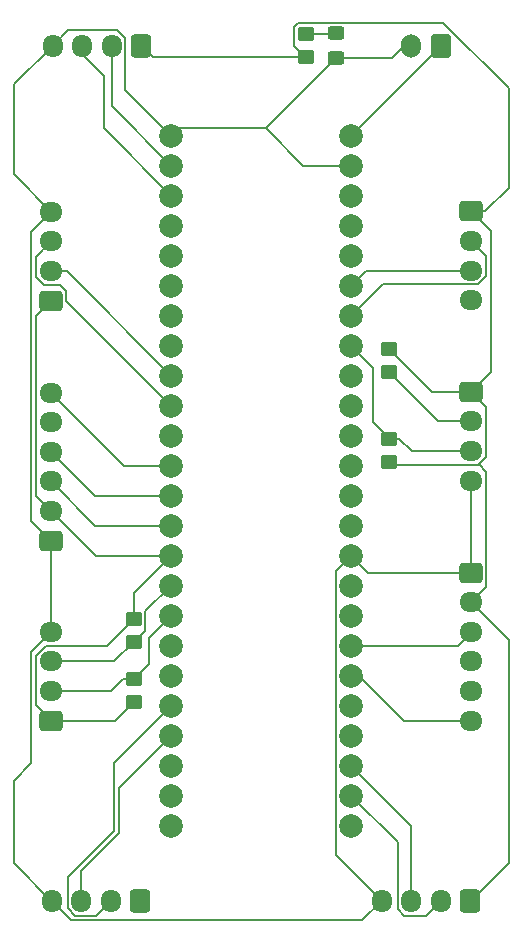
<source format=gbr>
%TF.GenerationSoftware,KiCad,Pcbnew,8.0.3*%
%TF.CreationDate,2024-09-25T15:42:15-04:00*%
%TF.ProjectId,mcu-board,6d63752d-626f-4617-9264-2e6b69636164,rev?*%
%TF.SameCoordinates,Original*%
%TF.FileFunction,Copper,L1,Top*%
%TF.FilePolarity,Positive*%
%FSLAX46Y46*%
G04 Gerber Fmt 4.6, Leading zero omitted, Abs format (unit mm)*
G04 Created by KiCad (PCBNEW 8.0.3) date 2024-09-25 15:42:15*
%MOMM*%
%LPD*%
G01*
G04 APERTURE LIST*
G04 Aperture macros list*
%AMRoundRect*
0 Rectangle with rounded corners*
0 $1 Rounding radius*
0 $2 $3 $4 $5 $6 $7 $8 $9 X,Y pos of 4 corners*
0 Add a 4 corners polygon primitive as box body*
4,1,4,$2,$3,$4,$5,$6,$7,$8,$9,$2,$3,0*
0 Add four circle primitives for the rounded corners*
1,1,$1+$1,$2,$3*
1,1,$1+$1,$4,$5*
1,1,$1+$1,$6,$7*
1,1,$1+$1,$8,$9*
0 Add four rect primitives between the rounded corners*
20,1,$1+$1,$2,$3,$4,$5,0*
20,1,$1+$1,$4,$5,$6,$7,0*
20,1,$1+$1,$6,$7,$8,$9,0*
20,1,$1+$1,$8,$9,$2,$3,0*%
G04 Aperture macros list end*
%TA.AperFunction,ComponentPad*%
%ADD10RoundRect,0.250000X-0.725000X0.600000X-0.725000X-0.600000X0.725000X-0.600000X0.725000X0.600000X0*%
%TD*%
%TA.AperFunction,ComponentPad*%
%ADD11O,1.950000X1.700000*%
%TD*%
%TA.AperFunction,SMDPad,CuDef*%
%ADD12RoundRect,0.250000X-0.450000X0.350000X-0.450000X-0.350000X0.450000X-0.350000X0.450000X0.350000X0*%
%TD*%
%TA.AperFunction,ComponentPad*%
%ADD13RoundRect,0.250000X0.600000X0.725000X-0.600000X0.725000X-0.600000X-0.725000X0.600000X-0.725000X0*%
%TD*%
%TA.AperFunction,ComponentPad*%
%ADD14O,1.700000X1.950000*%
%TD*%
%TA.AperFunction,ComponentPad*%
%ADD15RoundRect,0.250000X0.600000X0.750000X-0.600000X0.750000X-0.600000X-0.750000X0.600000X-0.750000X0*%
%TD*%
%TA.AperFunction,ComponentPad*%
%ADD16O,1.700000X2.000000*%
%TD*%
%TA.AperFunction,ComponentPad*%
%ADD17RoundRect,0.250000X0.725000X-0.600000X0.725000X0.600000X-0.725000X0.600000X-0.725000X-0.600000X0*%
%TD*%
%TA.AperFunction,SMDPad,CuDef*%
%ADD18RoundRect,0.250000X0.450000X-0.350000X0.450000X0.350000X-0.450000X0.350000X-0.450000X-0.350000X0*%
%TD*%
%TA.AperFunction,ComponentPad*%
%ADD19C,2.000000*%
%TD*%
%TA.AperFunction,SMDPad,CuDef*%
%ADD20RoundRect,0.250000X0.450000X-0.325000X0.450000X0.325000X-0.450000X0.325000X-0.450000X-0.325000X0*%
%TD*%
%TA.AperFunction,Conductor*%
%ADD21C,0.200000*%
%TD*%
G04 APERTURE END LIST*
D10*
%TO.P,J8,1,Pin_1*%
%TO.N,GND*%
X182880000Y-78940000D03*
D11*
%TO.P,J8,2,Pin_2*%
%TO.N,+3.3V*%
X182880000Y-81440000D03*
%TO.P,J8,3,Pin_3*%
%TO.N,/MISO1*%
X182880000Y-83940000D03*
%TO.P,J8,4,Pin_4*%
%TO.N,/MOSI1*%
X182880000Y-86440000D03*
%TO.P,J8,5,Pin_5*%
%TO.N,/SCK1*%
X182880000Y-88940000D03*
%TO.P,J8,6,Pin_6*%
%TO.N,/CS1*%
X182880000Y-91440000D03*
%TD*%
D12*
%TO.P,R4,1*%
%TO.N,+3.3V*%
X154305000Y-82820000D03*
%TO.P,R4,2*%
%TO.N,/SCL2*%
X154305000Y-84820000D03*
%TD*%
D10*
%TO.P,J5,1,Pin_1*%
%TO.N,+3.3V*%
X182880000Y-48340000D03*
D11*
%TO.P,J5,2,Pin_2*%
%TO.N,/RX5*%
X182880000Y-50840000D03*
%TO.P,J5,3,Pin_3*%
%TO.N,/TX5*%
X182880000Y-53340000D03*
%TO.P,J5,4,Pin_4*%
%TO.N,GND*%
X182880000Y-55840000D03*
%TD*%
D13*
%TO.P,J3,1,Pin_1*%
%TO.N,+3.3V*%
X154940000Y-34290000D03*
D14*
%TO.P,J3,2,Pin_2*%
%TO.N,/RX1*%
X152440000Y-34290000D03*
%TO.P,J3,3,Pin_3*%
%TO.N,/TX1*%
X149940000Y-34290000D03*
%TO.P,J3,4,Pin_4*%
%TO.N,GND*%
X147440000Y-34290000D03*
%TD*%
D15*
%TO.P,J9,1,Pin_1*%
%TO.N,Net-(J9-Pin_1)*%
X180300000Y-34290000D03*
D16*
%TO.P,J9,2,Pin_2*%
%TO.N,GND*%
X177800000Y-34290000D03*
%TD*%
D10*
%TO.P,J1,1,Pin_1*%
%TO.N,+3.3V*%
X182880000Y-63620000D03*
D11*
%TO.P,J1,2,Pin_2*%
%TO.N,/SDA0*%
X182880000Y-66120000D03*
%TO.P,J1,3,Pin_3*%
%TO.N,/SCL0*%
X182880000Y-68620000D03*
%TO.P,J1,4,Pin_4*%
%TO.N,GND*%
X182880000Y-71120000D03*
%TD*%
D17*
%TO.P,J2,1,Pin_1*%
%TO.N,+3.3V*%
X147320000Y-91440000D03*
D11*
%TO.P,J2,2,Pin_2*%
%TO.N,/SDA2*%
X147320000Y-88940000D03*
%TO.P,J2,3,Pin_3*%
%TO.N,/SCL2*%
X147320000Y-86440000D03*
%TO.P,J2,4,Pin_4*%
%TO.N,GND*%
X147320000Y-83940000D03*
%TD*%
D18*
%TO.P,R5,1*%
%TO.N,+3.3V*%
X168910000Y-35290000D03*
%TO.P,R5,2*%
%TO.N,Net-(D1-A)*%
X168910000Y-33290000D03*
%TD*%
D12*
%TO.P,R3,1*%
%TO.N,/SDA2*%
X154305000Y-87900000D03*
%TO.P,R3,2*%
%TO.N,+3.3V*%
X154305000Y-89900000D03*
%TD*%
D13*
%TO.P,J7,1,Pin_1*%
%TO.N,+3.3V*%
X182800000Y-106680000D03*
D14*
%TO.P,J7,2,Pin_2*%
%TO.N,/RX8*%
X180300000Y-106680000D03*
%TO.P,J7,3,Pin_3*%
%TO.N,/TX8*%
X177800000Y-106680000D03*
%TO.P,J7,4,Pin_4*%
%TO.N,GND*%
X175300000Y-106680000D03*
%TD*%
D18*
%TO.P,R1,1*%
%TO.N,/SDA0*%
X175895000Y-61960000D03*
%TO.P,R1,2*%
%TO.N,+3.3V*%
X175895000Y-59960000D03*
%TD*%
%TO.P,R2,1*%
%TO.N,+3.3V*%
X175895000Y-69580000D03*
%TO.P,R2,2*%
%TO.N,/SCL0*%
X175895000Y-67580000D03*
%TD*%
D13*
%TO.P,J6,1,Pin_1*%
%TO.N,+3.3V*%
X154860000Y-106680000D03*
D14*
%TO.P,J6,2,Pin_2*%
%TO.N,/RX7*%
X152360000Y-106680000D03*
%TO.P,J6,3,Pin_3*%
%TO.N,/TX7*%
X149860000Y-106680000D03*
%TO.P,J6,4,Pin_4*%
%TO.N,GND*%
X147360000Y-106680000D03*
%TD*%
D17*
%TO.P,J10,1,Pin_1*%
%TO.N,GND*%
X147320000Y-76200000D03*
D11*
%TO.P,J10,2,Pin_2*%
%TO.N,+3.3V*%
X147320000Y-73700000D03*
%TO.P,J10,3,Pin_3*%
%TO.N,/MISO0*%
X147320000Y-71200000D03*
%TO.P,J10,4,Pin_4*%
%TO.N,/MOSI0*%
X147320000Y-68700000D03*
%TO.P,J10,5,Pin_5*%
%TO.N,/SCK0*%
X147320000Y-66200000D03*
%TO.P,J10,6,Pin_6*%
%TO.N,/CS0*%
X147320000Y-63700000D03*
%TD*%
D19*
%TO.P,Teensy4.2,0,GND*%
%TO.N,GND*%
X157480000Y-41910000D03*
%TO.P,Teensy4.2,1,RX1*%
%TO.N,/RX1*%
X157480000Y-44450000D03*
%TO.P,Teensy4.2,2,TX1*%
%TO.N,/TX1*%
X157480000Y-46990000D03*
%TO.P,Teensy4.2,3,PWM*%
%TO.N,unconnected-(Teensy4.2-PWM-Pad3)*%
X157480000Y-49530000D03*
%TO.P,Teensy4.2,4,PWM*%
%TO.N,unconnected-(Teensy4.2-PWM-Pad4)*%
X157480000Y-52070000D03*
%TO.P,Teensy4.2,5,PWM*%
%TO.N,unconnected-(Teensy4.2-PWM-Pad5)*%
X157480000Y-54610000D03*
%TO.P,Teensy4.2,6,PWM*%
%TO.N,unconnected-(Teensy4.2-PWM-Pad6)*%
X157480000Y-57150000D03*
%TO.P,Teensy4.2,7,PWM*%
%TO.N,unconnected-(Teensy4.2-PWM-Pad7)*%
X157480000Y-59690000D03*
%TO.P,Teensy4.2,8,RX2*%
%TO.N,/RX2*%
X157480000Y-62230000D03*
%TO.P,Teensy4.2,9,TX2*%
%TO.N,/TX2*%
X157480000Y-64770000D03*
%TO.P,Teensy4.2,10,PWM*%
%TO.N,unconnected-(Teensy4.2-PWM-Pad10)*%
X157480000Y-67310000D03*
%TO.P,Teensy4.2,11,CS*%
%TO.N,/CS0*%
X157480000Y-69850000D03*
%TO.P,Teensy4.2,12,MOSI*%
%TO.N,/MOSI0*%
X157480000Y-72390000D03*
%TO.P,Teensy4.2,13,MISO*%
%TO.N,/MISO0*%
X157480000Y-74930000D03*
%TO.P,Teensy4.2,14,3.3V*%
%TO.N,+3.3V*%
X157480000Y-77470000D03*
%TO.P,Teensy4.2,15,SCL2*%
%TO.N,/SCL2*%
X157480000Y-80010000D03*
%TO.P,Teensy4.2,16,SDA2*%
%TO.N,/SDA2*%
X157480000Y-82550000D03*
%TO.P,Teensy4.2,17,MOSI1*%
%TO.N,/MOSI1*%
X157480000Y-85090000D03*
%TO.P,Teensy4.2,18,SCK1*%
%TO.N,/SCK1*%
X157480000Y-87630000D03*
%TO.P,Teensy4.2,19,RX7*%
%TO.N,/RX7*%
X157480000Y-90170000D03*
%TO.P,Teensy4.2,20,TX7*%
%TO.N,/TX7*%
X157480000Y-92710000D03*
%TO.P,Teensy4.2,21,GPIO*%
%TO.N,unconnected-(Teensy4.2-GPIO-Pad21)*%
X157480000Y-95250000D03*
%TO.P,Teensy4.2,22,GPIO*%
%TO.N,unconnected-(Teensy4.2-GPIO-Pad22)*%
X157480000Y-97790000D03*
%TO.P,Teensy4.2,23,GPIO*%
%TO.N,unconnected-(Teensy4.2-GPIO-Pad23)*%
X157480000Y-100330000D03*
%TO.P,Teensy4.2,24,PWM*%
%TO.N,unconnected-(Teensy4.2-PWM-Pad24)*%
X172720000Y-100330000D03*
%TO.P,Teensy4.2,25,RX8*%
%TO.N,/RX8*%
X172720000Y-97790000D03*
%TO.P,Teensy4.2,26,TX8*%
%TO.N,/TX8*%
X172720000Y-95250000D03*
%TO.P,Teensy4.2,27,PWM*%
%TO.N,unconnected-(Teensy4.2-PWM-Pad27)*%
X172720000Y-92710000D03*
%TO.P,Teensy4.2,28,PWM*%
%TO.N,unconnected-(Teensy4.2-PWM-Pad28)*%
X172720000Y-90170000D03*
%TO.P,Teensy4.2,29,CS1*%
%TO.N,/CS1*%
X172720000Y-87630000D03*
%TO.P,Teensy4.2,30,MISO*%
%TO.N,/MISO1*%
X172720000Y-85090000D03*
%TO.P,Teensy4.2,31,A16*%
%TO.N,unconnected-(Teensy4.2-A16-Pad31)*%
X172720000Y-82550000D03*
%TO.P,Teensy4.2,32,A17*%
%TO.N,unconnected-(Teensy4.2-A17-Pad32)*%
X172720000Y-80010000D03*
%TO.P,Teensy4.2,33,GND*%
%TO.N,GND*%
X172720000Y-77470000D03*
%TO.P,Teensy4.2,34,SCK*%
%TO.N,/SCK0*%
X172720000Y-74930000D03*
%TO.P,Teensy4.2,35,A0*%
%TO.N,unconnected-(Teensy4.2-A0-Pad35)*%
X172720000Y-72390000D03*
%TO.P,Teensy4.2,36,A1*%
%TO.N,unconnected-(Teensy4.2-A1-Pad36)*%
X172720000Y-69850000D03*
%TO.P,Teensy4.2,37,A2*%
%TO.N,unconnected-(Teensy4.2-A2-Pad37)*%
X172720000Y-67310000D03*
%TO.P,Teensy4.2,38,A3*%
%TO.N,unconnected-(Teensy4.2-A3-Pad38)*%
X172720000Y-64770000D03*
%TO.P,Teensy4.2,39,SDA*%
%TO.N,/SDA0*%
X172720000Y-62230000D03*
%TO.P,Teensy4.2,40,SCL*%
%TO.N,/SCL0*%
X172720000Y-59690000D03*
%TO.P,Teensy4.2,41,TX5*%
%TO.N,/RX5*%
X172720000Y-57150000D03*
%TO.P,Teensy4.2,42,RX5*%
%TO.N,/TX5*%
X172720000Y-54610000D03*
%TO.P,Teensy4.2,43,PWM*%
%TO.N,unconnected-(Teensy4.2-PWM-Pad43)*%
X172720000Y-52070000D03*
%TO.P,Teensy4.2,44,PWM*%
%TO.N,unconnected-(Teensy4.2-PWM-Pad44)*%
X172720000Y-49530000D03*
%TO.P,Teensy4.2,45,3.3V*%
%TO.N,unconnected-(Teensy4.2-3.3V-Pad45)*%
X172720000Y-46990000D03*
%TO.P,Teensy4.2,46,GND*%
%TO.N,GND*%
X172720000Y-44450000D03*
%TO.P,Teensy4.2,47,Vin*%
%TO.N,Net-(J9-Pin_1)*%
X172720000Y-41910000D03*
%TD*%
D17*
%TO.P,J4,1,Pin_1*%
%TO.N,+3.3V*%
X147320000Y-55880000D03*
D11*
%TO.P,J4,2,Pin_2*%
%TO.N,/RX2*%
X147320000Y-53380000D03*
%TO.P,J4,3,Pin_3*%
%TO.N,/TX2*%
X147320000Y-50880000D03*
%TO.P,J4,4,Pin_4*%
%TO.N,GND*%
X147320000Y-48380000D03*
%TD*%
D20*
%TO.P,D1,1,K*%
%TO.N,GND*%
X171450000Y-35315000D03*
%TO.P,D1,2,A*%
%TO.N,Net-(D1-A)*%
X171450000Y-33265000D03*
%TD*%
D21*
%TO.N,/SCL0*%
X174600000Y-66200000D02*
X174600000Y-61600000D01*
X175895000Y-67580000D02*
X176800000Y-67580000D01*
X172720000Y-59720000D02*
X172720000Y-59690000D01*
X177840000Y-68620000D02*
X182880000Y-68620000D01*
X175895000Y-67580000D02*
X175895000Y-67495000D01*
X174600000Y-61600000D02*
X172720000Y-59720000D01*
X175895000Y-67495000D02*
X174600000Y-66200000D01*
X176800000Y-67580000D02*
X177840000Y-68620000D01*
%TO.N,GND*%
X147320000Y-83940000D02*
X147320000Y-76200000D01*
X144145000Y-96520000D02*
X144145000Y-103505000D01*
X144145000Y-37585000D02*
X144145000Y-45205000D01*
X148715000Y-33015000D02*
X152916346Y-33015000D01*
X147360000Y-106680000D02*
X149035000Y-108355000D01*
X168665000Y-44450000D02*
X165490000Y-41275000D01*
X172720000Y-44450000D02*
X168665000Y-44450000D01*
X152916346Y-33015000D02*
X153590000Y-33688654D01*
X158115000Y-41275000D02*
X165490000Y-41275000D01*
X144145000Y-45205000D02*
X147320000Y-48380000D01*
X147440000Y-34290000D02*
X144145000Y-37585000D01*
X177165000Y-34290000D02*
X177800000Y-34290000D01*
X147320000Y-83940000D02*
X145645000Y-85615000D01*
X147320000Y-76200000D02*
X145645000Y-74525000D01*
X182880000Y-78940000D02*
X174190000Y-78940000D01*
X144145000Y-103505000D02*
X147320000Y-106680000D01*
X182880000Y-78940000D02*
X182880000Y-71120000D01*
X165490000Y-41275000D02*
X171450000Y-35315000D01*
X175300000Y-106680000D02*
X171420000Y-102800000D01*
X153590000Y-33688654D02*
X153590000Y-38020000D01*
X145645000Y-74525000D02*
X145645000Y-50055000D01*
X157480000Y-41910000D02*
X158115000Y-41275000D01*
X174190000Y-78940000D02*
X172720000Y-77470000D01*
X171450000Y-35315000D02*
X176140000Y-35315000D01*
X145645000Y-95020000D02*
X144145000Y-96520000D01*
X147320000Y-106680000D02*
X147360000Y-106680000D01*
X147440000Y-34290000D02*
X148715000Y-33015000D01*
X171420000Y-78770000D02*
X172720000Y-77470000D01*
X153590000Y-38020000D02*
X157480000Y-41910000D01*
X145645000Y-85615000D02*
X145645000Y-95020000D01*
X145645000Y-50055000D02*
X147320000Y-48380000D01*
X149035000Y-108355000D02*
X173625000Y-108355000D01*
X173625000Y-108355000D02*
X175300000Y-106680000D01*
X176140000Y-35315000D02*
X177165000Y-34290000D01*
X171420000Y-102800000D02*
X171420000Y-78770000D01*
%TO.N,/SDA0*%
X180055000Y-66120000D02*
X175895000Y-61960000D01*
X182880000Y-66120000D02*
X180055000Y-66120000D01*
%TO.N,+3.3V*%
X168910000Y-35290000D02*
X167910000Y-34290000D01*
X183515000Y-69736346D02*
X184155000Y-69096346D01*
X184555000Y-50015000D02*
X182880000Y-48340000D01*
X167910000Y-34290000D02*
X167910000Y-32705256D01*
X154305000Y-80645000D02*
X157480000Y-77470000D01*
X147320000Y-91440000D02*
X152765000Y-91440000D01*
X184070000Y-48340000D02*
X182880000Y-48340000D01*
X146918654Y-85090000D02*
X152035000Y-85090000D01*
X184155000Y-69096346D02*
X184155000Y-64895000D01*
X182800000Y-106680000D02*
X182880000Y-106680000D01*
X184155000Y-64895000D02*
X182880000Y-63620000D01*
X155940000Y-35290000D02*
X154940000Y-34290000D01*
X146045000Y-85963654D02*
X146918654Y-85090000D01*
X152765000Y-91440000D02*
X154305000Y-89900000D01*
X151090000Y-77470000D02*
X147320000Y-73700000D01*
X168910000Y-35290000D02*
X155940000Y-35290000D01*
X186055000Y-103505000D02*
X186055000Y-84615000D01*
X182880000Y-63620000D02*
X179555000Y-63620000D01*
X147320000Y-73700000D02*
X146045000Y-72425000D01*
X182880000Y-81440000D02*
X184155000Y-80165000D01*
X157480000Y-77470000D02*
X151090000Y-77470000D01*
X146045000Y-57155000D02*
X147320000Y-55880000D01*
X183481346Y-69770000D02*
X183515000Y-69736346D01*
X176085000Y-69770000D02*
X183481346Y-69770000D01*
X175895000Y-69580000D02*
X176085000Y-69770000D01*
X186055000Y-37910256D02*
X186055000Y-46355000D01*
X180529744Y-32385000D02*
X186055000Y-37910256D01*
X186055000Y-46355000D02*
X184070000Y-48340000D01*
X184555000Y-61945000D02*
X184555000Y-50015000D01*
X182880000Y-63620000D02*
X184555000Y-61945000D01*
X152035000Y-85090000D02*
X154305000Y-82820000D01*
X147320000Y-91440000D02*
X146045000Y-90165000D01*
X168230256Y-32385000D02*
X180529744Y-32385000D01*
X179555000Y-63620000D02*
X175895000Y-59960000D01*
X186055000Y-84615000D02*
X182880000Y-81440000D01*
X184155000Y-70376346D02*
X183515000Y-69736346D01*
X154305000Y-82820000D02*
X154305000Y-80645000D01*
X184155000Y-80165000D02*
X184155000Y-70376346D01*
X167910000Y-32705256D02*
X168230256Y-32385000D01*
X146045000Y-72425000D02*
X146045000Y-57155000D01*
X182880000Y-106680000D02*
X186055000Y-103505000D01*
X146045000Y-90165000D02*
X146045000Y-85963654D01*
%TO.N,/SDA2*%
X154305000Y-87900000D02*
X153400000Y-87900000D01*
X155575000Y-86630000D02*
X154305000Y-87900000D01*
X155575000Y-84455000D02*
X155575000Y-86630000D01*
X157480000Y-82550000D02*
X155575000Y-84455000D01*
X152360000Y-88940000D02*
X147320000Y-88940000D01*
X153400000Y-87900000D02*
X152360000Y-88940000D01*
%TO.N,/SCL2*%
X157480000Y-80010000D02*
X155305000Y-82185000D01*
X155305000Y-82185000D02*
X155305000Y-83820000D01*
X155305000Y-83820000D02*
X154305000Y-84820000D01*
X147320000Y-86440000D02*
X152685000Y-86440000D01*
X152685000Y-86440000D02*
X154305000Y-84820000D01*
%TO.N,/TX1*%
X151765000Y-36830000D02*
X149940000Y-35005000D01*
X157480000Y-46990000D02*
X151765000Y-41275000D01*
X151765000Y-41275000D02*
X151765000Y-36830000D01*
X149940000Y-35005000D02*
X149940000Y-34290000D01*
%TO.N,/RX1*%
X152440000Y-39410000D02*
X152440000Y-34290000D01*
X157480000Y-44450000D02*
X152440000Y-39410000D01*
%TO.N,/TX2*%
X146718654Y-54530000D02*
X146045000Y-53856346D01*
X148595000Y-55885000D02*
X148595000Y-55045256D01*
X148595000Y-55045256D02*
X148079744Y-54530000D01*
X146045000Y-52155000D02*
X147320000Y-50880000D01*
X148079744Y-54530000D02*
X146718654Y-54530000D01*
X157480000Y-64770000D02*
X148595000Y-55885000D01*
X146045000Y-53856346D02*
X146045000Y-52155000D01*
%TO.N,/RX2*%
X148630000Y-53380000D02*
X147320000Y-53380000D01*
X157480000Y-62230000D02*
X148630000Y-53380000D01*
%TO.N,/TX5*%
X173990000Y-53340000D02*
X172720000Y-54610000D01*
X182880000Y-53340000D02*
X173990000Y-53340000D01*
%TO.N,/RX5*%
X175380000Y-54490000D02*
X183481346Y-54490000D01*
X184155000Y-52115000D02*
X182880000Y-50840000D01*
X183481346Y-54490000D02*
X184155000Y-53816346D01*
X172720000Y-57150000D02*
X175380000Y-54490000D01*
X184155000Y-53816346D02*
X184155000Y-52115000D01*
%TO.N,/RX7*%
X148710000Y-104724314D02*
X148710000Y-107281346D01*
X148710000Y-107281346D02*
X149383654Y-107955000D01*
X149383654Y-107955000D02*
X151085000Y-107955000D01*
X157480000Y-90170000D02*
X152635000Y-95015000D01*
X152635000Y-95015000D02*
X152635000Y-100799314D01*
X151085000Y-107955000D02*
X152360000Y-106680000D01*
X152635000Y-100799314D02*
X148710000Y-104724314D01*
%TO.N,/TX7*%
X153035000Y-100965000D02*
X149860000Y-104140000D01*
X149860000Y-104140000D02*
X149860000Y-106680000D01*
X157480000Y-92710000D02*
X153035000Y-97155000D01*
X153035000Y-97155000D02*
X153035000Y-100965000D01*
%TO.N,/TX8*%
X177800000Y-106680000D02*
X177800000Y-100330000D01*
X177800000Y-100330000D02*
X172720000Y-95250000D01*
%TO.N,/RX8*%
X172720000Y-97790000D02*
X176650000Y-101720000D01*
X177170000Y-107955000D02*
X179025000Y-107955000D01*
X176650000Y-101720000D02*
X176650000Y-107435000D01*
X176650000Y-107435000D02*
X177170000Y-107955000D01*
X179025000Y-107955000D02*
X180300000Y-106680000D01*
%TO.N,/MISO1*%
X172720000Y-85090000D02*
X181730000Y-85090000D01*
X181730000Y-85090000D02*
X182880000Y-83940000D01*
%TO.N,/CS1*%
X172720000Y-87630000D02*
X173355000Y-87630000D01*
X173355000Y-87630000D02*
X177165000Y-91440000D01*
X177165000Y-91440000D02*
X182880000Y-91440000D01*
%TO.N,/MOSI0*%
X157480000Y-72390000D02*
X151010000Y-72390000D01*
X151010000Y-72390000D02*
X147320000Y-68700000D01*
%TO.N,/MISO0*%
X157480000Y-74930000D02*
X151050000Y-74930000D01*
X151050000Y-74930000D02*
X147320000Y-71200000D01*
%TO.N,/CS0*%
X157480000Y-69850000D02*
X153470000Y-69850000D01*
X153470000Y-69850000D02*
X147320000Y-63700000D01*
%TO.N,Net-(D1-A)*%
X168910000Y-33290000D02*
X171425000Y-33290000D01*
X171425000Y-33290000D02*
X171450000Y-33265000D01*
%TO.N,Net-(J9-Pin_1)*%
X180300000Y-34330000D02*
X180300000Y-34290000D01*
X172720000Y-41910000D02*
X180300000Y-34330000D01*
%TD*%
M02*

</source>
